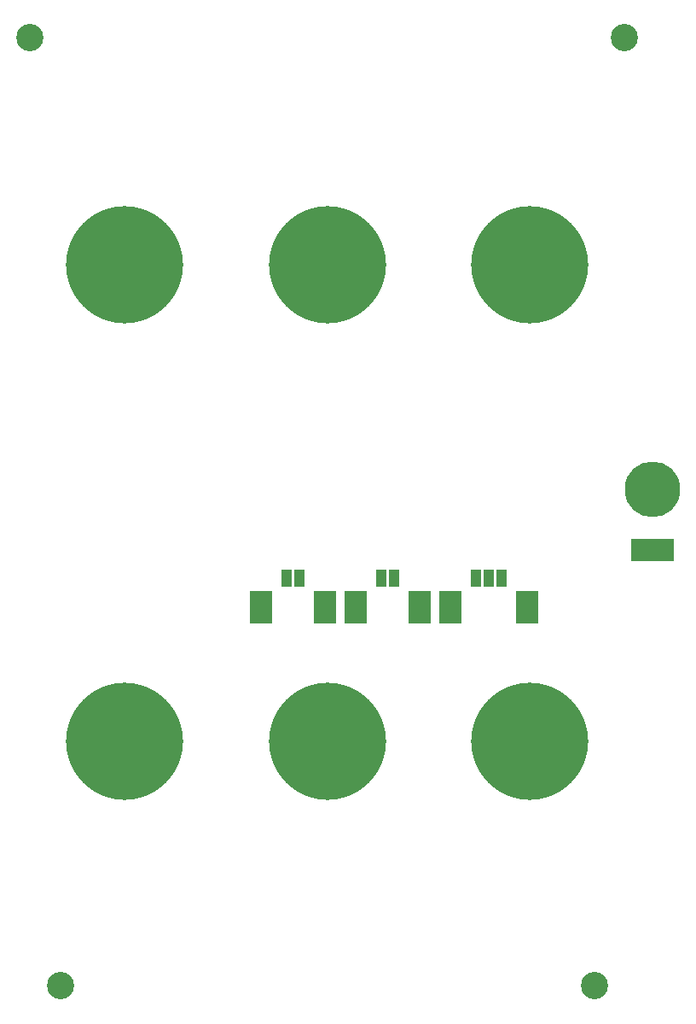
<source format=gbs>
G04 Layer_Color=16711935*
%FSLAX25Y25*%
%MOIN*%
G70*
G01*
G75*
%ADD32C,0.45800*%
%ADD33C,0.10642*%
%ADD34C,0.21666*%
%ADD35R,0.09068X0.12611*%
%ADD36R,0.03950X0.07099*%
%ADD37R,0.16548X0.08674*%
D32*
X84112Y291463D02*
D03*
X163323D02*
D03*
X242533D02*
D03*
X84114Y105463D02*
D03*
X163323D02*
D03*
X242535D02*
D03*
D33*
X47244Y379921D02*
D03*
X279527D02*
D03*
X59055Y9843D02*
D03*
X267717Y9843D02*
D03*
D34*
X290354Y203661D02*
D03*
D35*
X211417Y157677D02*
D03*
X241338D02*
D03*
X199500D02*
D03*
X174500Y157677D02*
D03*
X162500Y157677D02*
D03*
X137500Y157677D02*
D03*
D36*
X231299Y169095D02*
D03*
X226378D02*
D03*
X221457D02*
D03*
X184539D02*
D03*
X189461D02*
D03*
X147539D02*
D03*
X152461D02*
D03*
D37*
X290354Y180039D02*
D03*
M02*

</source>
